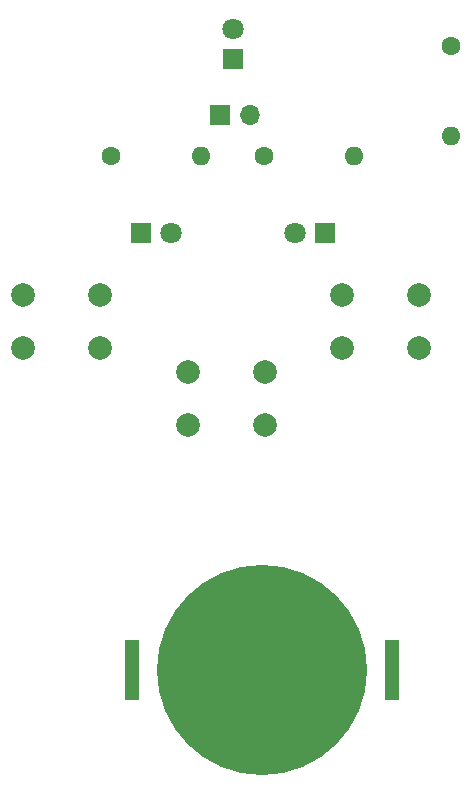
<source format=gbr>
%TF.GenerationSoftware,KiCad,Pcbnew,9.0.0*%
%TF.CreationDate,2025-04-08T13:38:05+08:00*%
%TF.ProjectId,project,70726f6a-6563-4742-9e6b-696361645f70,rev?*%
%TF.SameCoordinates,Original*%
%TF.FileFunction,Soldermask,Bot*%
%TF.FilePolarity,Negative*%
%FSLAX46Y46*%
G04 Gerber Fmt 4.6, Leading zero omitted, Abs format (unit mm)*
G04 Created by KiCad (PCBNEW 9.0.0) date 2025-04-08 13:38:05*
%MOMM*%
%LPD*%
G01*
G04 APERTURE LIST*
%ADD10R,1.800000X1.800000*%
%ADD11C,1.800000*%
%ADD12C,2.000000*%
%ADD13C,1.600000*%
%ADD14O,1.600000X1.600000*%
%ADD15R,1.700000X1.700000*%
%ADD16O,1.700000X1.700000*%
%ADD17R,1.270000X5.080000*%
%ADD18C,17.800000*%
G04 APERTURE END LIST*
D10*
%TO.C,D2*%
X134275000Y-57000000D03*
D11*
X131735000Y-57000000D03*
%TD*%
D12*
%TO.C,SW2*%
X122750000Y-68750000D03*
X129250000Y-68750000D03*
X122750000Y-73250000D03*
X129250000Y-73250000D03*
%TD*%
%TO.C,SW3*%
X135750000Y-62250000D03*
X142250000Y-62250000D03*
X135750000Y-66750000D03*
X142250000Y-66750000D03*
%TD*%
%TO.C,SW1*%
X108750000Y-62250000D03*
X115250000Y-62250000D03*
X108750000Y-66750000D03*
X115250000Y-66750000D03*
%TD*%
D10*
%TO.C,D1*%
X118725000Y-57000000D03*
D11*
X121265000Y-57000000D03*
%TD*%
D10*
%TO.C,D3*%
X126500000Y-42275000D03*
D11*
X126500000Y-39735000D03*
%TD*%
D13*
%TO.C,R1*%
X116190000Y-50500000D03*
D14*
X123810000Y-50500000D03*
%TD*%
D13*
%TO.C,R2*%
X129190000Y-50500000D03*
D14*
X136810000Y-50500000D03*
%TD*%
D15*
%TO.C,J1*%
X125460000Y-47000000D03*
D16*
X128000000Y-47000000D03*
%TD*%
D17*
%TO.C,BT1*%
X118015000Y-94000000D03*
X139985000Y-94000000D03*
D18*
X129000000Y-94000000D03*
%TD*%
D13*
%TO.C,R3*%
X145000000Y-41190000D03*
D14*
X145000000Y-48810000D03*
%TD*%
M02*

</source>
